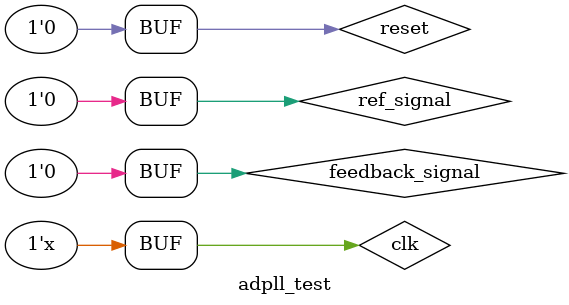
<source format=v>
module adpll_test;
     reg clk;
     reg reset;
     reg ref_signal;
     reg feedback_signal;
     
     initial begin
         clk = 1'b0;
         reset = 1'b1;
         #40
         reset = 1'b0;
         
         repeat (10) begin
             ref_signal = 1;
             #255
             feedback_signal = 1;
             #255
             ref_signal = 0;
             #255
             feedback_signal = 0;
         end

     end


     always begin
     #5 clk = ~clk;  //200Mhz Clock
     end
     
//adpll instantiation
ADPLL adpll(.clk(clk), .reset(reset), .ref_signal(ref_signal), .feedback_signal(feedback_signal));

endmodule
</source>
